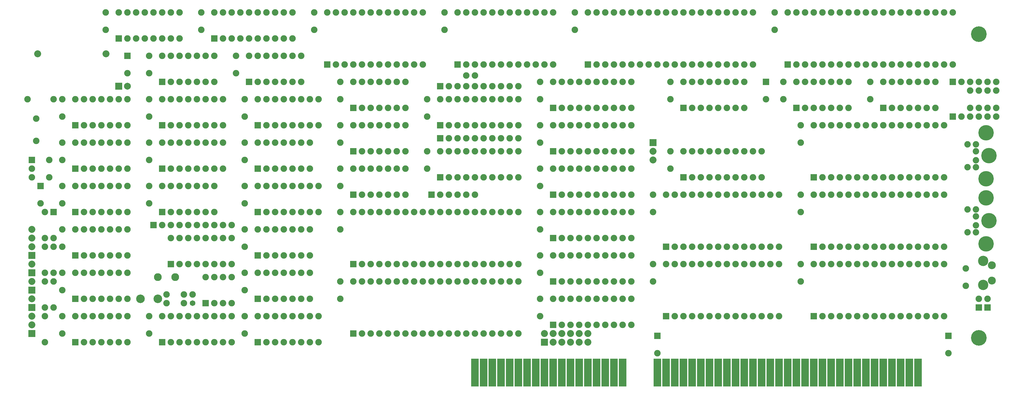
<source format=gbs>
G04 (created by PCBNEW-RS274X (2012-01-19 BZR 3256)-stable) date 9/26/2012 11:12:57 PM*
G01*
G70*
G90*
%MOIN*%
G04 Gerber Fmt 3.4, Leading zero omitted, Abs format*
%FSLAX34Y34*%
G04 APERTURE LIST*
%ADD10C,0.006000*%
%ADD11C,0.090000*%
%ADD12R,0.080000X0.080000*%
%ADD13C,0.080000*%
%ADD14R,0.075000X0.075000*%
%ADD15C,0.075000*%
%ADD16R,0.079000X0.079000*%
%ADD17C,0.079000*%
%ADD18R,0.090000X0.320000*%
%ADD19C,0.074000*%
%ADD20C,0.177500*%
%ADD21C,0.098700*%
%ADD22C,0.065000*%
%ADD23C,0.180000*%
%ADD24C,0.118400*%
%ADD25C,0.090900*%
G04 APERTURE END LIST*
G54D10*
G54D11*
X42500Y-61500D03*
X44500Y-61500D03*
G54D12*
X28000Y-65000D03*
G54D13*
X28000Y-64000D03*
G54D12*
X28000Y-68000D03*
G54D13*
X28000Y-67000D03*
X28000Y-66000D03*
G54D14*
X75000Y-45500D03*
G54D15*
X76000Y-45500D03*
X77000Y-45500D03*
X78000Y-45500D03*
X79000Y-45500D03*
X80000Y-45500D03*
X81000Y-45500D03*
X82000Y-45500D03*
X83000Y-45500D03*
X84000Y-45500D03*
G54D12*
X28000Y-61000D03*
G54D13*
X28000Y-60000D03*
G54D16*
X38000Y-39500D03*
G54D17*
X39000Y-39500D03*
G54D12*
X28000Y-63000D03*
G54D13*
X28000Y-62000D03*
G54D12*
X99500Y-46000D03*
G54D13*
X99500Y-47000D03*
X99500Y-48000D03*
G54D14*
X42000Y-55500D03*
G54D15*
X43000Y-55500D03*
X44000Y-55500D03*
X45000Y-55500D03*
X46000Y-55500D03*
X47000Y-55500D03*
X48000Y-55500D03*
X49000Y-55500D03*
X50000Y-55500D03*
X51000Y-55500D03*
G54D14*
X74000Y-52000D03*
G54D15*
X75000Y-52000D03*
X76000Y-52000D03*
X77000Y-52000D03*
X78000Y-52000D03*
X79000Y-52000D03*
G54D18*
X130000Y-72500D03*
X129000Y-72500D03*
X128000Y-72500D03*
X127000Y-72500D03*
X126000Y-72500D03*
X125000Y-72500D03*
X124000Y-72500D03*
X123000Y-72500D03*
X122000Y-72500D03*
X121000Y-72500D03*
X120000Y-72500D03*
X119000Y-72500D03*
X118000Y-72500D03*
X117000Y-72500D03*
X116000Y-72500D03*
X115000Y-72500D03*
X114000Y-72500D03*
X113000Y-72500D03*
X112000Y-72500D03*
X111000Y-72500D03*
X110000Y-72500D03*
X109000Y-72500D03*
X108000Y-72500D03*
X107000Y-72500D03*
X106000Y-72500D03*
X105000Y-72500D03*
X104000Y-72500D03*
X103000Y-72500D03*
X102000Y-72500D03*
X101000Y-72500D03*
X100000Y-72500D03*
X96000Y-72500D03*
X95000Y-72500D03*
X94000Y-72500D03*
X93000Y-72500D03*
X92000Y-72500D03*
X91000Y-72500D03*
X90000Y-72500D03*
X89000Y-72500D03*
X88000Y-72500D03*
X87000Y-72500D03*
X86000Y-72500D03*
X85000Y-72500D03*
X84000Y-72500D03*
X83000Y-72500D03*
X82000Y-72500D03*
X81000Y-72500D03*
X80000Y-72500D03*
X79000Y-72500D03*
G54D14*
X134000Y-43000D03*
G54D15*
X135000Y-43000D03*
X136000Y-43000D03*
X137000Y-43000D03*
X138000Y-43000D03*
X139000Y-43000D03*
G54D19*
X136650Y-48012D03*
X136650Y-46988D03*
X135669Y-46181D03*
X135669Y-48819D03*
X136650Y-48819D03*
X136650Y-46181D03*
G54D20*
X138150Y-47500D03*
X137831Y-44839D03*
X137831Y-50161D03*
G54D19*
X136650Y-55512D03*
X136650Y-54488D03*
X135669Y-53681D03*
X135669Y-56319D03*
X136650Y-56319D03*
X136650Y-53681D03*
G54D20*
X138150Y-55000D03*
X137831Y-52339D03*
X137831Y-57661D03*
G54D15*
X46500Y-63500D03*
G54D21*
X40500Y-64000D03*
X42500Y-64000D03*
G54D14*
X137000Y-65000D03*
G54D15*
X137000Y-64000D03*
G54D14*
X138000Y-65000D03*
G54D15*
X138000Y-64000D03*
G54D13*
X36512Y-35750D03*
X28638Y-35750D03*
G54D12*
X28000Y-59000D03*
G54D13*
X28000Y-58000D03*
X28000Y-57000D03*
X28000Y-56000D03*
G54D14*
X134000Y-39000D03*
G54D15*
X135000Y-39000D03*
X136000Y-39000D03*
X137000Y-39000D03*
X138000Y-39000D03*
X139000Y-39000D03*
G54D22*
X46500Y-64500D03*
G54D12*
X87000Y-69000D03*
G54D13*
X87000Y-68000D03*
X88000Y-69000D03*
X88000Y-68000D03*
X89000Y-69000D03*
X89000Y-68000D03*
X90000Y-69000D03*
X90000Y-68000D03*
X91000Y-69000D03*
X91000Y-68000D03*
X92000Y-69000D03*
X92000Y-68000D03*
G54D14*
X48000Y-64500D03*
G54D15*
X49000Y-64500D03*
X50000Y-64500D03*
X51000Y-64500D03*
X51000Y-61500D03*
X50000Y-61500D03*
X49000Y-61500D03*
X48000Y-61500D03*
G54D14*
X54000Y-69000D03*
G54D15*
X55000Y-69000D03*
X56000Y-69000D03*
X57000Y-69000D03*
X58000Y-69000D03*
X59000Y-69000D03*
X60000Y-69000D03*
X61000Y-69000D03*
X61000Y-66000D03*
X60000Y-66000D03*
X59000Y-66000D03*
X58000Y-66000D03*
X57000Y-66000D03*
X56000Y-66000D03*
X55000Y-66000D03*
X54000Y-66000D03*
G54D14*
X33000Y-59000D03*
G54D15*
X34000Y-59000D03*
X35000Y-59000D03*
X36000Y-59000D03*
X37000Y-59000D03*
X38000Y-59000D03*
X39000Y-59000D03*
X39000Y-56000D03*
X38000Y-56000D03*
X37000Y-56000D03*
X36000Y-56000D03*
X35000Y-56000D03*
X34000Y-56000D03*
X33000Y-56000D03*
G54D14*
X33000Y-64000D03*
G54D15*
X34000Y-64000D03*
X35000Y-64000D03*
X36000Y-64000D03*
X37000Y-64000D03*
X38000Y-64000D03*
X39000Y-64000D03*
X39000Y-61000D03*
X38000Y-61000D03*
X37000Y-61000D03*
X36000Y-61000D03*
X35000Y-61000D03*
X34000Y-61000D03*
X33000Y-61000D03*
G54D14*
X33000Y-54000D03*
G54D15*
X34000Y-54000D03*
X35000Y-54000D03*
X36000Y-54000D03*
X37000Y-54000D03*
X38000Y-54000D03*
X39000Y-54000D03*
X39000Y-51000D03*
X38000Y-51000D03*
X37000Y-51000D03*
X36000Y-51000D03*
X35000Y-51000D03*
X34000Y-51000D03*
X33000Y-51000D03*
G54D14*
X100000Y-68250D03*
G54D15*
X100000Y-70250D03*
G54D14*
X112500Y-39000D03*
G54D15*
X112500Y-41000D03*
G54D14*
X39000Y-36000D03*
G54D15*
X39000Y-38000D03*
X31500Y-51000D03*
X31500Y-53000D03*
X52500Y-46000D03*
X52500Y-48000D03*
X31500Y-41000D03*
X31500Y-43000D03*
X31500Y-66000D03*
X31500Y-68000D03*
X41500Y-66000D03*
X41500Y-68000D03*
X63500Y-54000D03*
X63500Y-56000D03*
X63500Y-62000D03*
X63500Y-64000D03*
X73500Y-47000D03*
X73500Y-49000D03*
X99500Y-60000D03*
X99500Y-62000D03*
X99500Y-52000D03*
X99500Y-54000D03*
X90500Y-31000D03*
X90500Y-33000D03*
X60500Y-31000D03*
X60500Y-33000D03*
X113500Y-31000D03*
X113500Y-33000D03*
X75500Y-31000D03*
X75500Y-33000D03*
X116500Y-60000D03*
X116500Y-62000D03*
X116500Y-52000D03*
X116500Y-54000D03*
X116500Y-44000D03*
X116500Y-46000D03*
X101500Y-39000D03*
X101500Y-41000D03*
X86500Y-44000D03*
X86500Y-46000D03*
X86500Y-59000D03*
X86500Y-61000D03*
X101500Y-47000D03*
X101500Y-49000D03*
X86500Y-49000D03*
X86500Y-51000D03*
X86500Y-39000D03*
X86500Y-41000D03*
X86500Y-54000D03*
X86500Y-56000D03*
X73500Y-41000D03*
X73500Y-43000D03*
X86500Y-64000D03*
X86500Y-66000D03*
X47500Y-31000D03*
X47500Y-33000D03*
X52500Y-51000D03*
X52500Y-53000D03*
X52500Y-66000D03*
X52500Y-68000D03*
X36500Y-31000D03*
X36500Y-33000D03*
X41500Y-41000D03*
X41500Y-43000D03*
X41500Y-46000D03*
X41500Y-48000D03*
X52500Y-41000D03*
X52500Y-43000D03*
X31500Y-48000D03*
X31500Y-46000D03*
X31500Y-56000D03*
X31500Y-58000D03*
X52500Y-61000D03*
X52500Y-63000D03*
X51500Y-36000D03*
X51500Y-38000D03*
X41500Y-36000D03*
X41500Y-38000D03*
X63500Y-39000D03*
X63500Y-41000D03*
X63500Y-49000D03*
X63500Y-51000D03*
X41500Y-51000D03*
X41500Y-53000D03*
X124500Y-39000D03*
X124500Y-41000D03*
X52500Y-56000D03*
X52500Y-58000D03*
X114500Y-39000D03*
X114500Y-41000D03*
X31500Y-61000D03*
X31500Y-63000D03*
X63500Y-44000D03*
X63500Y-46000D03*
G54D14*
X133500Y-68250D03*
G54D15*
X133500Y-70250D03*
G54D14*
X29000Y-51000D03*
G54D15*
X29000Y-53000D03*
X45500Y-63500D03*
X43500Y-63500D03*
X45500Y-64500D03*
X43500Y-64500D03*
X139000Y-42000D03*
X139000Y-40000D03*
X138000Y-42000D03*
X138000Y-40000D03*
X137000Y-42000D03*
X137000Y-40000D03*
X136000Y-42000D03*
X136000Y-40000D03*
X30000Y-50000D03*
X30000Y-48000D03*
X30500Y-57000D03*
G54D14*
X30500Y-54000D03*
G54D15*
X135500Y-62500D03*
X135500Y-60500D03*
G54D23*
X137000Y-33500D03*
X137000Y-68500D03*
G54D15*
X29500Y-58000D03*
X29500Y-61000D03*
X30500Y-58000D03*
X30500Y-61000D03*
X29500Y-66000D03*
X29500Y-69000D03*
X29500Y-62000D03*
X29500Y-65000D03*
X30500Y-62000D03*
X30500Y-65000D03*
X27500Y-41000D03*
X30500Y-41000D03*
X29500Y-57000D03*
X29500Y-54000D03*
G54D14*
X75000Y-39500D03*
G54D15*
X76000Y-39500D03*
X77000Y-39500D03*
X78000Y-39500D03*
X79000Y-39500D03*
X80000Y-39500D03*
X81000Y-39500D03*
X82000Y-39500D03*
X83000Y-39500D03*
X84000Y-39500D03*
G54D24*
X137500Y-62379D03*
X137500Y-59623D03*
G54D25*
X138484Y-61887D03*
X138484Y-60115D03*
G54D14*
X44000Y-60000D03*
G54D15*
X45000Y-60000D03*
X46000Y-60000D03*
X47000Y-60000D03*
X48000Y-60000D03*
X49000Y-60000D03*
X50000Y-60000D03*
X51000Y-60000D03*
X51000Y-57000D03*
X50000Y-57000D03*
X49000Y-57000D03*
X48000Y-57000D03*
X47000Y-57000D03*
X46000Y-57000D03*
X45000Y-57000D03*
X44000Y-57000D03*
G54D14*
X62000Y-37000D03*
G54D15*
X63000Y-37000D03*
X64000Y-37000D03*
X65000Y-37000D03*
X66000Y-37000D03*
X67000Y-37000D03*
X68000Y-37000D03*
X69000Y-37000D03*
X70000Y-37000D03*
X71000Y-37000D03*
X72000Y-37000D03*
X73000Y-37000D03*
X73000Y-31000D03*
X72000Y-31000D03*
X71000Y-31000D03*
X70000Y-31000D03*
X69000Y-31000D03*
X68000Y-31000D03*
X67000Y-31000D03*
X66000Y-31000D03*
X65000Y-31000D03*
X64000Y-31000D03*
X63000Y-31000D03*
X62000Y-31000D03*
G54D14*
X77000Y-37000D03*
G54D15*
X78000Y-37000D03*
X79000Y-37000D03*
X80000Y-37000D03*
X81000Y-37000D03*
X82000Y-37000D03*
X83000Y-37000D03*
X84000Y-37000D03*
X85000Y-37000D03*
X86000Y-37000D03*
X87000Y-37000D03*
X88000Y-37000D03*
X88000Y-31000D03*
X87000Y-31000D03*
X86000Y-31000D03*
X85000Y-31000D03*
X84000Y-31000D03*
X83000Y-31000D03*
X82000Y-31000D03*
X81000Y-31000D03*
X80000Y-31000D03*
X79000Y-31000D03*
X78000Y-31000D03*
X77000Y-31000D03*
G54D14*
X103000Y-42000D03*
G54D15*
X104000Y-42000D03*
X105000Y-42000D03*
X106000Y-42000D03*
X107000Y-42000D03*
X108000Y-42000D03*
X109000Y-42000D03*
X110000Y-42000D03*
X110000Y-39000D03*
X109000Y-39000D03*
X108000Y-39000D03*
X107000Y-39000D03*
X106000Y-39000D03*
X105000Y-39000D03*
X104000Y-39000D03*
X103000Y-39000D03*
G54D14*
X88000Y-47000D03*
G54D15*
X89000Y-47000D03*
X90000Y-47000D03*
X91000Y-47000D03*
X92000Y-47000D03*
X93000Y-47000D03*
X94000Y-47000D03*
X95000Y-47000D03*
X96000Y-47000D03*
X97000Y-47000D03*
X97000Y-44000D03*
X96000Y-44000D03*
X95000Y-44000D03*
X94000Y-44000D03*
X93000Y-44000D03*
X92000Y-44000D03*
X91000Y-44000D03*
X90000Y-44000D03*
X89000Y-44000D03*
X88000Y-44000D03*
G54D14*
X88000Y-62000D03*
G54D15*
X89000Y-62000D03*
X90000Y-62000D03*
X91000Y-62000D03*
X92000Y-62000D03*
X93000Y-62000D03*
X94000Y-62000D03*
X95000Y-62000D03*
X96000Y-62000D03*
X97000Y-62000D03*
X97000Y-59000D03*
X96000Y-59000D03*
X95000Y-59000D03*
X94000Y-59000D03*
X93000Y-59000D03*
X92000Y-59000D03*
X91000Y-59000D03*
X90000Y-59000D03*
X89000Y-59000D03*
X88000Y-59000D03*
G54D14*
X103000Y-50000D03*
G54D15*
X104000Y-50000D03*
X105000Y-50000D03*
X106000Y-50000D03*
X107000Y-50000D03*
X108000Y-50000D03*
X109000Y-50000D03*
X110000Y-50000D03*
X111000Y-50000D03*
X112000Y-50000D03*
X112000Y-47000D03*
X111000Y-47000D03*
X110000Y-47000D03*
X109000Y-47000D03*
X108000Y-47000D03*
X107000Y-47000D03*
X106000Y-47000D03*
X105000Y-47000D03*
X104000Y-47000D03*
X103000Y-47000D03*
G54D14*
X88000Y-52000D03*
G54D15*
X89000Y-52000D03*
X90000Y-52000D03*
X91000Y-52000D03*
X92000Y-52000D03*
X93000Y-52000D03*
X94000Y-52000D03*
X95000Y-52000D03*
X96000Y-52000D03*
X97000Y-52000D03*
X97000Y-49000D03*
X96000Y-49000D03*
X95000Y-49000D03*
X94000Y-49000D03*
X93000Y-49000D03*
X92000Y-49000D03*
X91000Y-49000D03*
X90000Y-49000D03*
X89000Y-49000D03*
X88000Y-49000D03*
G54D14*
X88000Y-42000D03*
G54D15*
X89000Y-42000D03*
X90000Y-42000D03*
X91000Y-42000D03*
X92000Y-42000D03*
X93000Y-42000D03*
X94000Y-42000D03*
X95000Y-42000D03*
X96000Y-42000D03*
X97000Y-42000D03*
X97000Y-39000D03*
X96000Y-39000D03*
X95000Y-39000D03*
X94000Y-39000D03*
X93000Y-39000D03*
X92000Y-39000D03*
X91000Y-39000D03*
X90000Y-39000D03*
X89000Y-39000D03*
X88000Y-39000D03*
G54D14*
X88000Y-57000D03*
G54D15*
X89000Y-57000D03*
X90000Y-57000D03*
X91000Y-57000D03*
X92000Y-57000D03*
X93000Y-57000D03*
X94000Y-57000D03*
X95000Y-57000D03*
X96000Y-57000D03*
X97000Y-57000D03*
X97000Y-54000D03*
X96000Y-54000D03*
X95000Y-54000D03*
X94000Y-54000D03*
X93000Y-54000D03*
X92000Y-54000D03*
X91000Y-54000D03*
X90000Y-54000D03*
X89000Y-54000D03*
X88000Y-54000D03*
G54D14*
X75000Y-44000D03*
G54D15*
X76000Y-44000D03*
X77000Y-44000D03*
X78000Y-44000D03*
X79000Y-44000D03*
X80000Y-44000D03*
X81000Y-44000D03*
X82000Y-44000D03*
X83000Y-44000D03*
X84000Y-44000D03*
X84000Y-41000D03*
X83000Y-41000D03*
X82000Y-41000D03*
X81000Y-41000D03*
X80000Y-41000D03*
X79000Y-41000D03*
X78000Y-41000D03*
X77000Y-41000D03*
X76000Y-41000D03*
X75000Y-41000D03*
G54D14*
X88000Y-67000D03*
G54D15*
X89000Y-67000D03*
X90000Y-67000D03*
X91000Y-67000D03*
X92000Y-67000D03*
X93000Y-67000D03*
X94000Y-67000D03*
X95000Y-67000D03*
X96000Y-67000D03*
X97000Y-67000D03*
X97000Y-64000D03*
X96000Y-64000D03*
X95000Y-64000D03*
X94000Y-64000D03*
X93000Y-64000D03*
X92000Y-64000D03*
X91000Y-64000D03*
X90000Y-64000D03*
X89000Y-64000D03*
X88000Y-64000D03*
G54D14*
X49000Y-34000D03*
G54D15*
X50000Y-34000D03*
X51000Y-34000D03*
X52000Y-34000D03*
X53000Y-34000D03*
X54000Y-34000D03*
X55000Y-34000D03*
X56000Y-34000D03*
X57000Y-34000D03*
X58000Y-34000D03*
X58000Y-31000D03*
X57000Y-31000D03*
X56000Y-31000D03*
X55000Y-31000D03*
X54000Y-31000D03*
X53000Y-31000D03*
X52000Y-31000D03*
X51000Y-31000D03*
X50000Y-31000D03*
X49000Y-31000D03*
G54D14*
X54000Y-54000D03*
G54D15*
X55000Y-54000D03*
X56000Y-54000D03*
X57000Y-54000D03*
X58000Y-54000D03*
X59000Y-54000D03*
X60000Y-54000D03*
X61000Y-54000D03*
X61000Y-51000D03*
X60000Y-51000D03*
X59000Y-51000D03*
X58000Y-51000D03*
X57000Y-51000D03*
X56000Y-51000D03*
X55000Y-51000D03*
X54000Y-51000D03*
G54D14*
X38000Y-34000D03*
G54D15*
X39000Y-34000D03*
X40000Y-34000D03*
X41000Y-34000D03*
X42000Y-34000D03*
X43000Y-34000D03*
X44000Y-34000D03*
X45000Y-34000D03*
X45000Y-31000D03*
X44000Y-31000D03*
X43000Y-31000D03*
X42000Y-31000D03*
X41000Y-31000D03*
X40000Y-31000D03*
X39000Y-31000D03*
X38000Y-31000D03*
G54D14*
X43000Y-44000D03*
G54D15*
X44000Y-44000D03*
X45000Y-44000D03*
X46000Y-44000D03*
X47000Y-44000D03*
X48000Y-44000D03*
X49000Y-44000D03*
X50000Y-44000D03*
X50000Y-41000D03*
X49000Y-41000D03*
X48000Y-41000D03*
X47000Y-41000D03*
X46000Y-41000D03*
X45000Y-41000D03*
X44000Y-41000D03*
X43000Y-41000D03*
G54D14*
X43000Y-49000D03*
G54D15*
X44000Y-49000D03*
X45000Y-49000D03*
X46000Y-49000D03*
X47000Y-49000D03*
X48000Y-49000D03*
X49000Y-49000D03*
X50000Y-49000D03*
X50000Y-46000D03*
X49000Y-46000D03*
X48000Y-46000D03*
X47000Y-46000D03*
X46000Y-46000D03*
X45000Y-46000D03*
X44000Y-46000D03*
X43000Y-46000D03*
G54D14*
X54000Y-44000D03*
G54D15*
X55000Y-44000D03*
X56000Y-44000D03*
X57000Y-44000D03*
X58000Y-44000D03*
X59000Y-44000D03*
X60000Y-44000D03*
X61000Y-44000D03*
X61000Y-41000D03*
X60000Y-41000D03*
X59000Y-41000D03*
X58000Y-41000D03*
X57000Y-41000D03*
X56000Y-41000D03*
X55000Y-41000D03*
X54000Y-41000D03*
G54D14*
X33000Y-49000D03*
G54D15*
X34000Y-49000D03*
X35000Y-49000D03*
X36000Y-49000D03*
X37000Y-49000D03*
X38000Y-49000D03*
X39000Y-49000D03*
X39000Y-46000D03*
X38000Y-46000D03*
X37000Y-46000D03*
X36000Y-46000D03*
X35000Y-46000D03*
X34000Y-46000D03*
X33000Y-46000D03*
G54D14*
X54000Y-64000D03*
G54D15*
X55000Y-64000D03*
X56000Y-64000D03*
X57000Y-64000D03*
X58000Y-64000D03*
X59000Y-64000D03*
X60000Y-64000D03*
X60000Y-61000D03*
X59000Y-61000D03*
X58000Y-61000D03*
X57000Y-61000D03*
X56000Y-61000D03*
X55000Y-61000D03*
X54000Y-61000D03*
G54D14*
X53000Y-39000D03*
G54D15*
X54000Y-39000D03*
X55000Y-39000D03*
X56000Y-39000D03*
X57000Y-39000D03*
X58000Y-39000D03*
X59000Y-39000D03*
X59000Y-36000D03*
X58000Y-36000D03*
X57000Y-36000D03*
X56000Y-36000D03*
X55000Y-36000D03*
X54000Y-36000D03*
X53000Y-36000D03*
G54D14*
X43000Y-39000D03*
G54D15*
X44000Y-39000D03*
X45000Y-39000D03*
X46000Y-39000D03*
X47000Y-39000D03*
X48000Y-39000D03*
X49000Y-39000D03*
X49000Y-36000D03*
X48000Y-36000D03*
X47000Y-36000D03*
X46000Y-36000D03*
X45000Y-36000D03*
X44000Y-36000D03*
X43000Y-36000D03*
G54D14*
X65000Y-42000D03*
G54D15*
X66000Y-42000D03*
X67000Y-42000D03*
X68000Y-42000D03*
X69000Y-42000D03*
X70000Y-42000D03*
X71000Y-42000D03*
X71000Y-39000D03*
X70000Y-39000D03*
X69000Y-39000D03*
X68000Y-39000D03*
X67000Y-39000D03*
X66000Y-39000D03*
X65000Y-39000D03*
G54D14*
X65000Y-52000D03*
G54D15*
X66000Y-52000D03*
X67000Y-52000D03*
X68000Y-52000D03*
X69000Y-52000D03*
X70000Y-52000D03*
X71000Y-52000D03*
X71000Y-49000D03*
X70000Y-49000D03*
X69000Y-49000D03*
X68000Y-49000D03*
X67000Y-49000D03*
X66000Y-49000D03*
X65000Y-49000D03*
G54D14*
X43000Y-54000D03*
G54D15*
X44000Y-54000D03*
X45000Y-54000D03*
X46000Y-54000D03*
X47000Y-54000D03*
X48000Y-54000D03*
X49000Y-54000D03*
X49000Y-51000D03*
X48000Y-51000D03*
X47000Y-51000D03*
X46000Y-51000D03*
X45000Y-51000D03*
X44000Y-51000D03*
X43000Y-51000D03*
G54D14*
X126000Y-42000D03*
G54D15*
X127000Y-42000D03*
X128000Y-42000D03*
X129000Y-42000D03*
X130000Y-42000D03*
X131000Y-42000D03*
X132000Y-42000D03*
X132000Y-39000D03*
X131000Y-39000D03*
X130000Y-39000D03*
X129000Y-39000D03*
X128000Y-39000D03*
X127000Y-39000D03*
X126000Y-39000D03*
G54D14*
X54000Y-59000D03*
G54D15*
X55000Y-59000D03*
X56000Y-59000D03*
X57000Y-59000D03*
X58000Y-59000D03*
X59000Y-59000D03*
X60000Y-59000D03*
X60000Y-56000D03*
X59000Y-56000D03*
X58000Y-56000D03*
X57000Y-56000D03*
X56000Y-56000D03*
X55000Y-56000D03*
X54000Y-56000D03*
G54D14*
X116000Y-42000D03*
G54D15*
X117000Y-42000D03*
X118000Y-42000D03*
X119000Y-42000D03*
X120000Y-42000D03*
X121000Y-42000D03*
X122000Y-42000D03*
X122000Y-39000D03*
X121000Y-39000D03*
X120000Y-39000D03*
X119000Y-39000D03*
X118000Y-39000D03*
X117000Y-39000D03*
X116000Y-39000D03*
G54D14*
X65000Y-47000D03*
G54D15*
X66000Y-47000D03*
X67000Y-47000D03*
X68000Y-47000D03*
X69000Y-47000D03*
X70000Y-47000D03*
X71000Y-47000D03*
X71000Y-44000D03*
X70000Y-44000D03*
X69000Y-44000D03*
X68000Y-44000D03*
X67000Y-44000D03*
X66000Y-44000D03*
X65000Y-44000D03*
G54D14*
X54000Y-49000D03*
G54D15*
X55000Y-49000D03*
X56000Y-49000D03*
X57000Y-49000D03*
X58000Y-49000D03*
X59000Y-49000D03*
X60000Y-49000D03*
X60000Y-46000D03*
X59000Y-46000D03*
X58000Y-46000D03*
X57000Y-46000D03*
X56000Y-46000D03*
X55000Y-46000D03*
X54000Y-46000D03*
G54D14*
X33000Y-44000D03*
G54D15*
X34000Y-44000D03*
X35000Y-44000D03*
X36000Y-44000D03*
X37000Y-44000D03*
X38000Y-44000D03*
X39000Y-44000D03*
X39000Y-41000D03*
X38000Y-41000D03*
X37000Y-41000D03*
X36000Y-41000D03*
X35000Y-41000D03*
X34000Y-41000D03*
X33000Y-41000D03*
G54D14*
X33000Y-69000D03*
G54D15*
X34000Y-69000D03*
X35000Y-69000D03*
X36000Y-69000D03*
X37000Y-69000D03*
X38000Y-69000D03*
X39000Y-69000D03*
X39000Y-66000D03*
X38000Y-66000D03*
X37000Y-66000D03*
X36000Y-66000D03*
X35000Y-66000D03*
X34000Y-66000D03*
X33000Y-66000D03*
X79000Y-38250D03*
X78000Y-38250D03*
G54D14*
X28000Y-48000D03*
G54D15*
X28000Y-49000D03*
X28000Y-50000D03*
X28500Y-43220D03*
X28500Y-45780D03*
G54D14*
X43000Y-69000D03*
G54D15*
X44000Y-69000D03*
X45000Y-69000D03*
X46000Y-69000D03*
X47000Y-69000D03*
X48000Y-69000D03*
X49000Y-69000D03*
X50000Y-69000D03*
X51000Y-69000D03*
X51000Y-66000D03*
X50000Y-66000D03*
X49000Y-66000D03*
X48000Y-66000D03*
X47000Y-66000D03*
X46000Y-66000D03*
X45000Y-66000D03*
X44000Y-66000D03*
X43000Y-66000D03*
G54D14*
X65000Y-60000D03*
G54D15*
X66000Y-60000D03*
X67000Y-60000D03*
X68000Y-60000D03*
X69000Y-60000D03*
X70000Y-60000D03*
X71000Y-60000D03*
X72000Y-60000D03*
X73000Y-60000D03*
X74000Y-60000D03*
X75000Y-60000D03*
X76000Y-60000D03*
X77000Y-60000D03*
X78000Y-60000D03*
X79000Y-60000D03*
X80000Y-60000D03*
X81000Y-60000D03*
X82000Y-60000D03*
X83000Y-60000D03*
X84000Y-60000D03*
X84000Y-54000D03*
X83000Y-54000D03*
X82000Y-54000D03*
X81000Y-54000D03*
X80000Y-54000D03*
X79000Y-54000D03*
X78000Y-54000D03*
X77000Y-54000D03*
X76000Y-54000D03*
X75000Y-54000D03*
X74000Y-54000D03*
X73000Y-54000D03*
X72000Y-54000D03*
X71000Y-54000D03*
X70000Y-54000D03*
X69000Y-54000D03*
X68000Y-54000D03*
X67000Y-54000D03*
X66000Y-54000D03*
X65000Y-54000D03*
G54D14*
X65000Y-68000D03*
G54D15*
X66000Y-68000D03*
X67000Y-68000D03*
X68000Y-68000D03*
X69000Y-68000D03*
X70000Y-68000D03*
X71000Y-68000D03*
X72000Y-68000D03*
X73000Y-68000D03*
X74000Y-68000D03*
X75000Y-68000D03*
X76000Y-68000D03*
X77000Y-68000D03*
X78000Y-68000D03*
X79000Y-68000D03*
X80000Y-68000D03*
X81000Y-68000D03*
X82000Y-68000D03*
X83000Y-68000D03*
X84000Y-68000D03*
X84000Y-62000D03*
X83000Y-62000D03*
X82000Y-62000D03*
X81000Y-62000D03*
X80000Y-62000D03*
X79000Y-62000D03*
X78000Y-62000D03*
X77000Y-62000D03*
X76000Y-62000D03*
X75000Y-62000D03*
X74000Y-62000D03*
X73000Y-62000D03*
X72000Y-62000D03*
X71000Y-62000D03*
X70000Y-62000D03*
X69000Y-62000D03*
X68000Y-62000D03*
X67000Y-62000D03*
X66000Y-62000D03*
X65000Y-62000D03*
G54D14*
X75000Y-50000D03*
G54D15*
X76000Y-50000D03*
X77000Y-50000D03*
X78000Y-50000D03*
X79000Y-50000D03*
X80000Y-50000D03*
X81000Y-50000D03*
X82000Y-50000D03*
X83000Y-50000D03*
X84000Y-50000D03*
X84000Y-47000D03*
X83000Y-47000D03*
X82000Y-47000D03*
X81000Y-47000D03*
X80000Y-47000D03*
X79000Y-47000D03*
X78000Y-47000D03*
X77000Y-47000D03*
X76000Y-47000D03*
X75000Y-47000D03*
G54D14*
X101000Y-66000D03*
G54D15*
X102000Y-66000D03*
X103000Y-66000D03*
X104000Y-66000D03*
X105000Y-66000D03*
X106000Y-66000D03*
X107000Y-66000D03*
X108000Y-66000D03*
X109000Y-66000D03*
X110000Y-66000D03*
X111000Y-66000D03*
X112000Y-66000D03*
X113000Y-66000D03*
X114000Y-66000D03*
X114000Y-60000D03*
X113000Y-60000D03*
X112000Y-60000D03*
X111000Y-60000D03*
X110000Y-60000D03*
X109000Y-60000D03*
X108000Y-60000D03*
X107000Y-60000D03*
X106000Y-60000D03*
X105000Y-60000D03*
X104000Y-60000D03*
X103000Y-60000D03*
X102000Y-60000D03*
X101000Y-60000D03*
G54D14*
X101000Y-58000D03*
G54D15*
X102000Y-58000D03*
X103000Y-58000D03*
X104000Y-58000D03*
X105000Y-58000D03*
X106000Y-58000D03*
X107000Y-58000D03*
X108000Y-58000D03*
X109000Y-58000D03*
X110000Y-58000D03*
X111000Y-58000D03*
X112000Y-58000D03*
X113000Y-58000D03*
X114000Y-58000D03*
X114000Y-52000D03*
X113000Y-52000D03*
X112000Y-52000D03*
X111000Y-52000D03*
X110000Y-52000D03*
X109000Y-52000D03*
X108000Y-52000D03*
X107000Y-52000D03*
X106000Y-52000D03*
X105000Y-52000D03*
X104000Y-52000D03*
X103000Y-52000D03*
X102000Y-52000D03*
X101000Y-52000D03*
G54D14*
X92000Y-37000D03*
G54D15*
X93000Y-37000D03*
X94000Y-37000D03*
X95000Y-37000D03*
X96000Y-37000D03*
X97000Y-37000D03*
X98000Y-37000D03*
X99000Y-37000D03*
X100000Y-37000D03*
X101000Y-37000D03*
X102000Y-37000D03*
X103000Y-37000D03*
X104000Y-37000D03*
X105000Y-37000D03*
X106000Y-37000D03*
X107000Y-37000D03*
X108000Y-37000D03*
X109000Y-37000D03*
X110000Y-37000D03*
X111000Y-37000D03*
X111000Y-31000D03*
X110000Y-31000D03*
X109000Y-31000D03*
X108000Y-31000D03*
X107000Y-31000D03*
X106000Y-31000D03*
X105000Y-31000D03*
X104000Y-31000D03*
X103000Y-31000D03*
X102000Y-31000D03*
X101000Y-31000D03*
X100000Y-31000D03*
X99000Y-31000D03*
X98000Y-31000D03*
X97000Y-31000D03*
X96000Y-31000D03*
X95000Y-31000D03*
X94000Y-31000D03*
X93000Y-31000D03*
X92000Y-31000D03*
G54D14*
X115000Y-37000D03*
G54D15*
X116000Y-37000D03*
X117000Y-37000D03*
X118000Y-37000D03*
X119000Y-37000D03*
X120000Y-37000D03*
X121000Y-37000D03*
X122000Y-37000D03*
X123000Y-37000D03*
X124000Y-37000D03*
X125000Y-37000D03*
X126000Y-37000D03*
X127000Y-37000D03*
X128000Y-37000D03*
X129000Y-37000D03*
X130000Y-37000D03*
X131000Y-37000D03*
X132000Y-37000D03*
X133000Y-37000D03*
X134000Y-37000D03*
X134000Y-31000D03*
X133000Y-31000D03*
X132000Y-31000D03*
X131000Y-31000D03*
X130000Y-31000D03*
X129000Y-31000D03*
X128000Y-31000D03*
X127000Y-31000D03*
X126000Y-31000D03*
X125000Y-31000D03*
X124000Y-31000D03*
X123000Y-31000D03*
X122000Y-31000D03*
X121000Y-31000D03*
X120000Y-31000D03*
X119000Y-31000D03*
X118000Y-31000D03*
X117000Y-31000D03*
X116000Y-31000D03*
X115000Y-31000D03*
G54D14*
X118000Y-50000D03*
G54D15*
X119000Y-50000D03*
X120000Y-50000D03*
X121000Y-50000D03*
X122000Y-50000D03*
X123000Y-50000D03*
X124000Y-50000D03*
X125000Y-50000D03*
X126000Y-50000D03*
X127000Y-50000D03*
X128000Y-50000D03*
X129000Y-50000D03*
X130000Y-50000D03*
X131000Y-50000D03*
X132000Y-50000D03*
X133000Y-50000D03*
X133000Y-44000D03*
X132000Y-44000D03*
X131000Y-44000D03*
X130000Y-44000D03*
X129000Y-44000D03*
X128000Y-44000D03*
X127000Y-44000D03*
X126000Y-44000D03*
X125000Y-44000D03*
X124000Y-44000D03*
X123000Y-44000D03*
X122000Y-44000D03*
X121000Y-44000D03*
X120000Y-44000D03*
X119000Y-44000D03*
X118000Y-44000D03*
G54D14*
X118000Y-58000D03*
G54D15*
X119000Y-58000D03*
X120000Y-58000D03*
X121000Y-58000D03*
X122000Y-58000D03*
X123000Y-58000D03*
X124000Y-58000D03*
X125000Y-58000D03*
X126000Y-58000D03*
X127000Y-58000D03*
X128000Y-58000D03*
X129000Y-58000D03*
X130000Y-58000D03*
X131000Y-58000D03*
X132000Y-58000D03*
X133000Y-58000D03*
X133000Y-52000D03*
X132000Y-52000D03*
X131000Y-52000D03*
X130000Y-52000D03*
X129000Y-52000D03*
X128000Y-52000D03*
X127000Y-52000D03*
X126000Y-52000D03*
X125000Y-52000D03*
X124000Y-52000D03*
X123000Y-52000D03*
X122000Y-52000D03*
X121000Y-52000D03*
X120000Y-52000D03*
X119000Y-52000D03*
X118000Y-52000D03*
G54D14*
X118000Y-66000D03*
G54D15*
X119000Y-66000D03*
X120000Y-66000D03*
X121000Y-66000D03*
X122000Y-66000D03*
X123000Y-66000D03*
X124000Y-66000D03*
X125000Y-66000D03*
X126000Y-66000D03*
X127000Y-66000D03*
X128000Y-66000D03*
X129000Y-66000D03*
X130000Y-66000D03*
X131000Y-66000D03*
X132000Y-66000D03*
X133000Y-66000D03*
X133000Y-60000D03*
X132000Y-60000D03*
X131000Y-60000D03*
X130000Y-60000D03*
X129000Y-60000D03*
X128000Y-60000D03*
X127000Y-60000D03*
X126000Y-60000D03*
X125000Y-60000D03*
X124000Y-60000D03*
X123000Y-60000D03*
X122000Y-60000D03*
X121000Y-60000D03*
X120000Y-60000D03*
X119000Y-60000D03*
X118000Y-60000D03*
M02*

</source>
